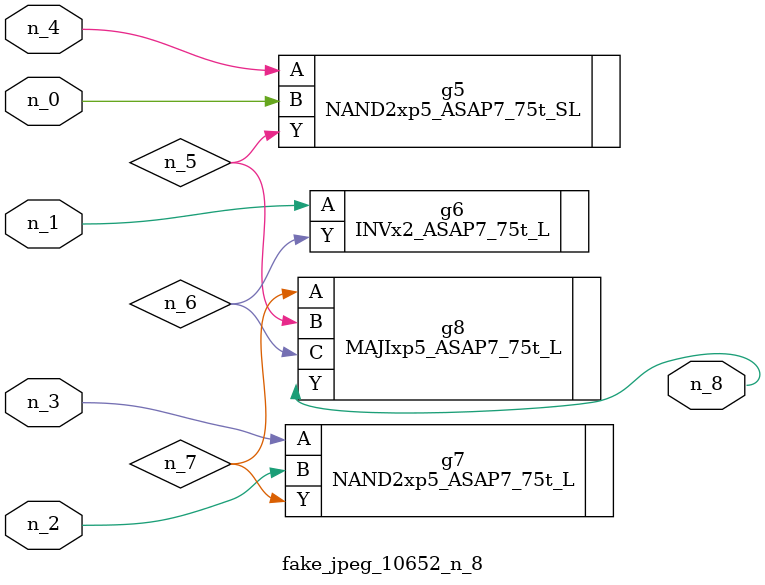
<source format=v>
module fake_jpeg_10652_n_8 (n_3, n_2, n_1, n_0, n_4, n_8);

input n_3;
input n_2;
input n_1;
input n_0;
input n_4;

output n_8;

wire n_6;
wire n_5;
wire n_7;

NAND2xp5_ASAP7_75t_SL g5 ( 
.A(n_4),
.B(n_0),
.Y(n_5)
);

INVx2_ASAP7_75t_L g6 ( 
.A(n_1),
.Y(n_6)
);

NAND2xp5_ASAP7_75t_L g7 ( 
.A(n_3),
.B(n_2),
.Y(n_7)
);

MAJIxp5_ASAP7_75t_L g8 ( 
.A(n_7),
.B(n_5),
.C(n_6),
.Y(n_8)
);


endmodule
</source>
